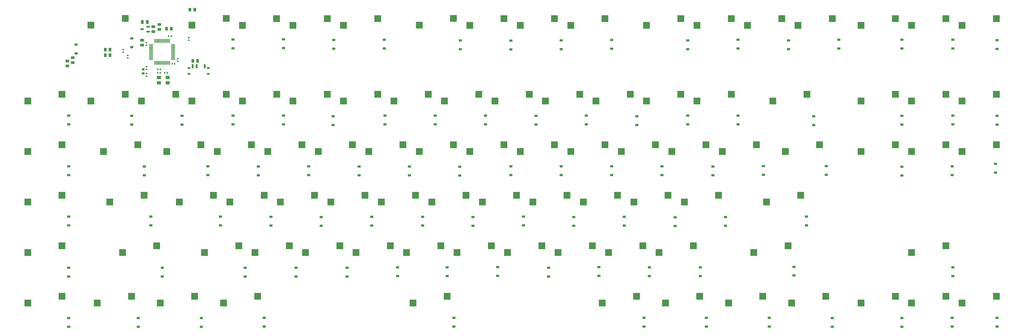
<source format=gbp>
G04 #@! TF.GenerationSoftware,KiCad,Pcbnew,7.0.2*
G04 #@! TF.CreationDate,2023-06-28T22:35:23-06:00*
G04 #@! TF.ProjectId,TKL_Keyboard,544b4c5f-4b65-4796-926f-6172642e6b69,rev?*
G04 #@! TF.SameCoordinates,Original*
G04 #@! TF.FileFunction,Paste,Bot*
G04 #@! TF.FilePolarity,Positive*
%FSLAX46Y46*%
G04 Gerber Fmt 4.6, Leading zero omitted, Abs format (unit mm)*
G04 Created by KiCad (PCBNEW 7.0.2) date 2023-06-28 22:35:23*
%MOMM*%
%LPD*%
G01*
G04 APERTURE LIST*
G04 Aperture macros list*
%AMRoundRect*
0 Rectangle with rounded corners*
0 $1 Rounding radius*
0 $2 $3 $4 $5 $6 $7 $8 $9 X,Y pos of 4 corners*
0 Add a 4 corners polygon primitive as box body*
4,1,4,$2,$3,$4,$5,$6,$7,$8,$9,$2,$3,0*
0 Add four circle primitives for the rounded corners*
1,1,$1+$1,$2,$3*
1,1,$1+$1,$4,$5*
1,1,$1+$1,$6,$7*
1,1,$1+$1,$8,$9*
0 Add four rect primitives between the rounded corners*
20,1,$1+$1,$2,$3,$4,$5,0*
20,1,$1+$1,$4,$5,$6,$7,0*
20,1,$1+$1,$6,$7,$8,$9,0*
20,1,$1+$1,$8,$9,$2,$3,0*%
G04 Aperture macros list end*
%ADD10R,2.550000X2.500000*%
%ADD11RoundRect,0.140000X0.170000X-0.140000X0.170000X0.140000X-0.170000X0.140000X-0.170000X-0.140000X0*%
%ADD12RoundRect,0.225000X0.375000X-0.225000X0.375000X0.225000X-0.375000X0.225000X-0.375000X-0.225000X0*%
%ADD13RoundRect,0.250000X0.262500X0.450000X-0.262500X0.450000X-0.262500X-0.450000X0.262500X-0.450000X0*%
%ADD14RoundRect,0.140000X-0.170000X0.140000X-0.170000X-0.140000X0.170000X-0.140000X0.170000X0.140000X0*%
%ADD15RoundRect,0.250000X-0.450000X0.262500X-0.450000X-0.262500X0.450000X-0.262500X0.450000X0.262500X0*%
%ADD16RoundRect,0.150000X0.512500X0.150000X-0.512500X0.150000X-0.512500X-0.150000X0.512500X-0.150000X0*%
%ADD17RoundRect,0.218750X0.256250X-0.218750X0.256250X0.218750X-0.256250X0.218750X-0.256250X-0.218750X0*%
%ADD18R,1.600000X1.300000*%
%ADD19RoundRect,0.250000X0.475000X-0.250000X0.475000X0.250000X-0.475000X0.250000X-0.475000X-0.250000X0*%
%ADD20RoundRect,0.250000X-0.262500X-0.450000X0.262500X-0.450000X0.262500X0.450000X-0.262500X0.450000X0*%
%ADD21RoundRect,0.250000X-0.475000X0.250000X-0.475000X-0.250000X0.475000X-0.250000X0.475000X0.250000X0*%
%ADD22RoundRect,0.140000X-0.140000X-0.170000X0.140000X-0.170000X0.140000X0.170000X-0.140000X0.170000X0*%
%ADD23RoundRect,0.140000X0.140000X0.170000X-0.140000X0.170000X-0.140000X-0.170000X0.140000X-0.170000X0*%
%ADD24R,1.000000X0.800000*%
%ADD25R,0.700000X1.500000*%
%ADD26RoundRect,0.250000X-0.250000X-0.475000X0.250000X-0.475000X0.250000X0.475000X-0.250000X0.475000X0*%
%ADD27RoundRect,0.075000X0.075000X-0.662500X0.075000X0.662500X-0.075000X0.662500X-0.075000X-0.662500X0*%
%ADD28RoundRect,0.075000X0.662500X-0.075000X0.662500X0.075000X-0.662500X0.075000X-0.662500X-0.075000X0*%
G04 APERTURE END LIST*
D10*
X116523000Y-121140000D03*
X129450000Y-118600000D03*
X235598000Y-83040000D03*
X248525000Y-80500000D03*
X159398000Y-83015000D03*
X172325000Y-80475000D03*
X247498000Y-140165000D03*
X260425000Y-137625000D03*
X111745000Y-35410000D03*
X124672000Y-32870000D03*
X176073000Y-140165000D03*
X189000000Y-137625000D03*
X230823000Y-121140000D03*
X243750000Y-118600000D03*
X154648000Y-121115000D03*
X167575000Y-118575000D03*
X30798000Y-121140000D03*
X43725000Y-118600000D03*
X207023000Y-63965000D03*
X219950000Y-61425000D03*
X216550000Y-35400000D03*
X229477000Y-32860000D03*
X345123000Y-140190000D03*
X358050000Y-137650000D03*
X264170000Y-35410000D03*
X277097000Y-32870000D03*
X345123000Y-83015000D03*
X358050000Y-80475000D03*
X54623000Y-63990000D03*
X67550000Y-61450000D03*
X178448000Y-83040000D03*
X191375000Y-80500000D03*
X87948000Y-102065000D03*
X100875000Y-99525000D03*
X202248000Y-102065000D03*
X215175000Y-99525000D03*
X268923000Y-121115000D03*
X281850000Y-118575000D03*
X383223000Y-140165000D03*
X396150000Y-137625000D03*
X178445000Y-35385000D03*
X191372000Y-32845000D03*
X316548000Y-83040000D03*
X329475000Y-80500000D03*
X216548000Y-83015000D03*
X229475000Y-80475000D03*
X30798000Y-63990000D03*
X43725000Y-61450000D03*
X30798000Y-140190000D03*
X43725000Y-137650000D03*
X187973000Y-63990000D03*
X200900000Y-61450000D03*
X383225000Y-63975000D03*
X396152000Y-61435000D03*
X321325000Y-35400000D03*
X334252000Y-32860000D03*
X197498000Y-83040000D03*
X210425000Y-80500000D03*
X107023000Y-102065000D03*
X119950000Y-99525000D03*
X130825000Y-35425000D03*
X143752000Y-32885000D03*
X318923000Y-140165000D03*
X331850000Y-137625000D03*
X83200000Y-83040000D03*
X96127000Y-80500000D03*
X164148000Y-102090000D03*
X177075000Y-99550000D03*
X30800000Y-83025000D03*
X43727000Y-80485000D03*
X364173000Y-140190000D03*
X377100000Y-137650000D03*
X292748000Y-83040000D03*
X305675000Y-80500000D03*
X59375000Y-83025000D03*
X72302000Y-80485000D03*
X192725000Y-121140000D03*
X205652000Y-118600000D03*
X61750000Y-102075000D03*
X74677000Y-99535000D03*
X304648000Y-121115000D03*
X317575000Y-118575000D03*
X73673000Y-63990000D03*
X86600000Y-61450000D03*
X264173000Y-63965000D03*
X277100000Y-61425000D03*
X104623000Y-140165000D03*
X117550000Y-137625000D03*
X92725000Y-35390000D03*
X105652000Y-32850000D03*
X309423000Y-102065000D03*
X322350000Y-99525000D03*
X273698000Y-83040000D03*
X286625000Y-80500000D03*
X383225000Y-35400000D03*
X396152000Y-32860000D03*
X149870000Y-35400000D03*
X162797000Y-32860000D03*
X56998000Y-140190000D03*
X69925000Y-137650000D03*
X283223000Y-63965000D03*
X296150000Y-61425000D03*
X173673000Y-121140000D03*
X186600000Y-118600000D03*
X54620000Y-35385000D03*
X67547000Y-32845000D03*
X311798000Y-63990000D03*
X324725000Y-61450000D03*
X383223000Y-83040000D03*
X396150000Y-80500000D03*
X345123000Y-63990000D03*
X358050000Y-61450000D03*
X249873000Y-121140000D03*
X262800000Y-118600000D03*
X364173000Y-121140000D03*
X377100000Y-118600000D03*
X364173000Y-83040000D03*
X377100000Y-80500000D03*
X211773000Y-121140000D03*
X224700000Y-118600000D03*
X345125000Y-35400000D03*
X358052000Y-32860000D03*
X221298000Y-102065000D03*
X234225000Y-99525000D03*
X302250000Y-35400000D03*
X315177000Y-32860000D03*
X259398000Y-102065000D03*
X272325000Y-99525000D03*
X97473000Y-121140000D03*
X110400000Y-118600000D03*
X295123000Y-140190000D03*
X308050000Y-137650000D03*
X283200000Y-35400000D03*
X296127000Y-32860000D03*
X80798000Y-140190000D03*
X93725000Y-137650000D03*
X235595000Y-35400000D03*
X248522000Y-32860000D03*
X111773000Y-63965000D03*
X124700000Y-61425000D03*
X30798000Y-102090000D03*
X43725000Y-99550000D03*
X226073000Y-63965000D03*
X239000000Y-61425000D03*
X135573000Y-121140000D03*
X148500000Y-118600000D03*
X102250000Y-83025000D03*
X115177000Y-80485000D03*
X271323000Y-140165000D03*
X284250000Y-137625000D03*
X121300000Y-83025000D03*
X134227000Y-80485000D03*
X240348000Y-102090000D03*
X253275000Y-99550000D03*
X278448000Y-102090000D03*
X291375000Y-99550000D03*
X245123000Y-63965000D03*
X258050000Y-61425000D03*
X149875000Y-63990000D03*
X162802000Y-61450000D03*
X254648000Y-83015000D03*
X267575000Y-80475000D03*
X92723000Y-64000000D03*
X105650000Y-61460000D03*
X183198000Y-102090000D03*
X196125000Y-99550000D03*
X364175000Y-63965000D03*
X377102000Y-61425000D03*
X168923000Y-63990000D03*
X181850000Y-61450000D03*
X126048000Y-102065000D03*
X138975000Y-99525000D03*
X145098000Y-102090000D03*
X158025000Y-99550000D03*
X140348000Y-83015000D03*
X153275000Y-80475000D03*
X364175000Y-35400000D03*
X377102000Y-32860000D03*
X197495000Y-35400000D03*
X210422000Y-32860000D03*
X66523000Y-121115000D03*
X79450000Y-118575000D03*
X130823000Y-63965000D03*
X143750000Y-61425000D03*
D11*
X75575000Y-52010000D03*
X75575000Y-51050000D03*
D12*
X70000000Y-72900000D03*
X70000000Y-69600000D03*
X255750000Y-111000000D03*
X255750000Y-107700000D03*
X270000000Y-91900000D03*
X270000000Y-88600000D03*
D13*
X61850000Y-46700000D03*
X60025000Y-46700000D03*
D11*
X91550000Y-41050000D03*
X91550000Y-40090000D03*
D12*
X360500000Y-149150000D03*
X360500000Y-145850000D03*
D14*
X68475000Y-46775000D03*
X68475000Y-47735000D03*
D15*
X80400000Y-35137500D03*
X80400000Y-36962500D03*
D12*
X165500000Y-72750000D03*
X165500000Y-69450000D03*
X174750000Y-92000000D03*
X174750000Y-88700000D03*
X396450000Y-72900000D03*
X396450000Y-69600000D03*
X117750000Y-92000000D03*
X117750000Y-88700000D03*
D14*
X66775000Y-44620000D03*
X66775000Y-45580000D03*
D12*
X395800000Y-90950000D03*
X395800000Y-87650000D03*
X294000000Y-111050000D03*
X294000000Y-107750000D03*
X189000000Y-130050000D03*
X189000000Y-126750000D03*
X379750000Y-130050000D03*
X379750000Y-126750000D03*
X96250000Y-149150000D03*
X96250000Y-145850000D03*
X146000000Y-73000000D03*
X146000000Y-69700000D03*
X81500000Y-130150000D03*
X81500000Y-126850000D03*
X246250000Y-129900000D03*
X246250000Y-126600000D03*
D16*
X76200000Y-35950000D03*
X76200000Y-37850000D03*
X73925000Y-36900000D03*
D17*
X74300000Y-53580000D03*
X74300000Y-52005000D03*
D12*
X184500000Y-72800000D03*
X184500000Y-69500000D03*
D18*
X83560000Y-57100000D03*
X80260000Y-57100000D03*
X80260000Y-55100000D03*
X83560000Y-55100000D03*
D12*
X241500000Y-72800000D03*
X241500000Y-69500000D03*
X127250000Y-44000000D03*
X127250000Y-40700000D03*
X98750000Y-91900000D03*
X98750000Y-88600000D03*
X46250000Y-72800000D03*
X46250000Y-69500000D03*
D19*
X78150000Y-37850000D03*
X78150000Y-35950000D03*
D12*
X396400000Y-149100000D03*
X396400000Y-145800000D03*
X193750000Y-92050000D03*
X193750000Y-88750000D03*
D20*
X91987500Y-29550000D03*
X93812500Y-29550000D03*
D12*
X310500000Y-149050000D03*
X310500000Y-145750000D03*
D20*
X93012500Y-48800000D03*
X94837500Y-48800000D03*
D12*
X160500000Y-111000000D03*
X160500000Y-107700000D03*
X191500000Y-149050000D03*
X191500000Y-145750000D03*
X46250000Y-110900000D03*
X46250000Y-107600000D03*
D21*
X73950000Y-41000000D03*
X73950000Y-42900000D03*
D12*
X194000000Y-44400000D03*
X194000000Y-41100000D03*
D22*
X79840000Y-52000000D03*
X80800000Y-52000000D03*
D12*
X108250000Y-72800000D03*
X108250000Y-69500000D03*
X317750000Y-44400000D03*
X317750000Y-41100000D03*
X151250000Y-130150000D03*
X151250000Y-126850000D03*
X136750000Y-91900000D03*
X136750000Y-88600000D03*
D15*
X47775000Y-47637500D03*
X47775000Y-49462500D03*
D12*
X232000000Y-91900000D03*
X232000000Y-88600000D03*
X263250000Y-149050000D03*
X263250000Y-145750000D03*
X49000000Y-46050000D03*
X49000000Y-42750000D03*
X379500000Y-91900000D03*
X379500000Y-88600000D03*
X396450000Y-44300000D03*
X396450000Y-41000000D03*
X46250000Y-91900000D03*
X46250000Y-88600000D03*
X141500000Y-111050000D03*
X141500000Y-107750000D03*
X379750000Y-44150000D03*
X379750000Y-40850000D03*
X260500000Y-73000000D03*
X260500000Y-69700000D03*
X213000000Y-44500000D03*
X213000000Y-41200000D03*
X289250000Y-92000000D03*
X289250000Y-88700000D03*
X298750000Y-44150000D03*
X298750000Y-40850000D03*
X120000000Y-149050000D03*
X120000000Y-145750000D03*
X170250000Y-130050000D03*
X170250000Y-126750000D03*
X284500000Y-130050000D03*
X284500000Y-126750000D03*
D22*
X85240000Y-49900000D03*
X86200000Y-49900000D03*
D12*
X122500000Y-111000000D03*
X122500000Y-107700000D03*
D23*
X80800000Y-53300000D03*
X79840000Y-53300000D03*
D12*
X279750000Y-72800000D03*
X279750000Y-69500000D03*
X379500000Y-149050000D03*
X379500000Y-145750000D03*
X222500000Y-72900000D03*
X222500000Y-69600000D03*
X103500000Y-110900000D03*
X103500000Y-107600000D03*
X327250000Y-73000000D03*
X327250000Y-69700000D03*
X227250000Y-130150000D03*
X227250000Y-126850000D03*
X251000000Y-44250000D03*
X251000000Y-40950000D03*
X332000000Y-91800000D03*
X332000000Y-88500000D03*
D24*
X98900000Y-53750000D03*
X98900000Y-51540000D03*
X91600000Y-53750000D03*
X91600000Y-51540000D03*
D25*
X97500000Y-50890000D03*
X94500000Y-50890000D03*
X93000000Y-50890000D03*
D12*
X251000000Y-91900000D03*
X251000000Y-88600000D03*
X112750000Y-130150000D03*
X112750000Y-126850000D03*
X179750000Y-111000000D03*
X179750000Y-107700000D03*
X265250000Y-130050000D03*
X265250000Y-126750000D03*
X334250000Y-149150000D03*
X334250000Y-145850000D03*
D14*
X75500000Y-41940000D03*
X75500000Y-42900000D03*
D12*
X279750000Y-44400000D03*
X279750000Y-41100000D03*
X72500000Y-149150000D03*
X72500000Y-145850000D03*
X208000000Y-129900000D03*
X208000000Y-126600000D03*
X298750000Y-72800000D03*
X298750000Y-69500000D03*
X324500000Y-110900000D03*
X324500000Y-107600000D03*
X308250000Y-91800000D03*
X308250000Y-88500000D03*
X198750000Y-111050000D03*
X198750000Y-107750000D03*
X379750000Y-72800000D03*
X379750000Y-69500000D03*
D14*
X75575000Y-53590000D03*
X75575000Y-54550000D03*
D20*
X83137500Y-36750000D03*
X84962500Y-36750000D03*
D12*
X275000000Y-111150000D03*
X275000000Y-107850000D03*
X236750000Y-111050000D03*
X236750000Y-107750000D03*
X127250000Y-72800000D03*
X127250000Y-69500000D03*
X74750000Y-92000000D03*
X74750000Y-88700000D03*
X165250000Y-44150000D03*
X165250000Y-40850000D03*
D13*
X61850000Y-44600000D03*
X60025000Y-44600000D03*
D26*
X74000000Y-34200000D03*
X75900000Y-34200000D03*
D11*
X87400000Y-48900000D03*
X87400000Y-47940000D03*
D12*
X70000000Y-43650000D03*
X70000000Y-40350000D03*
X132000000Y-130150000D03*
X132000000Y-126850000D03*
X46250000Y-130150000D03*
X46250000Y-126850000D03*
X360500000Y-72900000D03*
X360500000Y-69600000D03*
D23*
X84900000Y-39500000D03*
X83940000Y-39500000D03*
D12*
X217750000Y-110900000D03*
X217750000Y-107600000D03*
D27*
X84225000Y-49612500D03*
X83725000Y-49612500D03*
X83225000Y-49612500D03*
X82725000Y-49612500D03*
X82225000Y-49612500D03*
X81725000Y-49612500D03*
X81225000Y-49612500D03*
X80725000Y-49612500D03*
X80225000Y-49612500D03*
X79725000Y-49612500D03*
X79225000Y-49612500D03*
X78725000Y-49612500D03*
D28*
X77312500Y-48200000D03*
X77312500Y-47700000D03*
X77312500Y-47200000D03*
X77312500Y-46700000D03*
X77312500Y-46200000D03*
X77312500Y-45700000D03*
X77312500Y-45200000D03*
X77312500Y-44700000D03*
X77312500Y-44200000D03*
X77312500Y-43700000D03*
X77312500Y-43200000D03*
X77312500Y-42700000D03*
D27*
X78725000Y-41287500D03*
X79225000Y-41287500D03*
X79725000Y-41287500D03*
X80225000Y-41287500D03*
X80725000Y-41287500D03*
X81225000Y-41287500D03*
X81725000Y-41287500D03*
X82225000Y-41287500D03*
X82725000Y-41287500D03*
X83225000Y-41287500D03*
X83725000Y-41287500D03*
X84225000Y-41287500D03*
D28*
X85637500Y-42700000D03*
X85637500Y-43200000D03*
X85637500Y-43700000D03*
X85637500Y-44200000D03*
X85637500Y-44700000D03*
X85637500Y-45200000D03*
X85637500Y-45700000D03*
X85637500Y-46200000D03*
X85637500Y-46700000D03*
X85637500Y-47200000D03*
X85637500Y-47700000D03*
X85637500Y-48200000D03*
D12*
X108250000Y-44050000D03*
X108250000Y-40750000D03*
X46250000Y-149150000D03*
X46250000Y-145850000D03*
X360500000Y-44150000D03*
X360500000Y-40850000D03*
X146250000Y-44250000D03*
X146250000Y-40950000D03*
X232000000Y-44400000D03*
X232000000Y-41100000D03*
X89000000Y-72900000D03*
X89000000Y-69600000D03*
X213000000Y-91900000D03*
X213000000Y-88600000D03*
D22*
X82440000Y-53300000D03*
X83400000Y-53300000D03*
D12*
X319750000Y-129800000D03*
X319750000Y-126500000D03*
X360500000Y-92050000D03*
X360500000Y-88750000D03*
X336750000Y-44150000D03*
X336750000Y-40850000D03*
D15*
X45750000Y-48937500D03*
X45750000Y-50762500D03*
D12*
X203500000Y-72800000D03*
X203500000Y-69500000D03*
X155750000Y-92000000D03*
X155750000Y-88700000D03*
X77250000Y-110900000D03*
X77250000Y-107600000D03*
X286750000Y-149050000D03*
X286750000Y-145750000D03*
M02*

</source>
